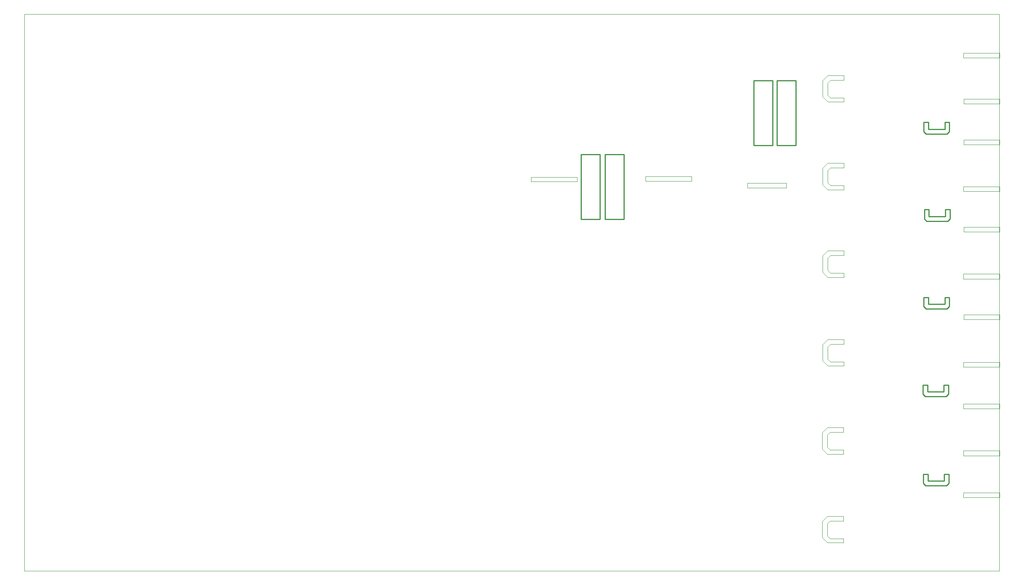
<source format=gm1>
G04*
G04 #@! TF.GenerationSoftware,Altium Limited,CircuitMaker,2.2.1 (2.2.1.6)*
G04*
G04 Layer_Color=16740166*
%FSLAX24Y24*%
%MOIN*%
G70*
G04*
G04 #@! TF.SameCoordinates,A2895FC5-3AE1-40D1-BB98-85C0BD90A9E4*
G04*
G04*
G04 #@! TF.FilePolarity,Positive*
G04*
G01*
G75*
%ADD10C,0.0100*%
%ADD23C,0.0010*%
%ADD24C,0.0001*%
D10*
X73255Y46108D02*
Y51608D01*
Y46108D02*
X74855D01*
Y51608D01*
X73255D02*
X74855D01*
X71287Y46108D02*
Y51608D01*
Y46108D02*
X72887D01*
Y51608D01*
X71287D02*
X72887D01*
X58259Y39853D02*
Y45353D01*
X56659D02*
X58259D01*
X56659Y39853D02*
Y45353D01*
Y39853D02*
X58259D01*
X60309D02*
Y45353D01*
X58709D02*
X60309D01*
X58709Y39853D02*
Y45353D01*
Y39853D02*
X60309D01*
X73255Y46108D02*
Y51608D01*
Y46108D02*
X74855D01*
Y51608D01*
X73255D02*
X74855D01*
X71287Y46108D02*
Y51608D01*
Y46108D02*
X72887D01*
Y51608D01*
X71287D02*
X72887D01*
X58259Y39853D02*
Y45353D01*
X56659D02*
X58259D01*
X56659Y39853D02*
Y45353D01*
Y39853D02*
X58259D01*
X60309D02*
Y45353D01*
X58709D02*
X60309D01*
X58709Y39853D02*
Y45353D01*
Y39853D02*
X60309D01*
X87677Y32244D02*
X87874Y32441D01*
Y33228D01*
X87480Y32638D02*
Y33228D01*
X85906Y32244D02*
X87677D01*
X86102Y32638D02*
X87480D01*
X86102Y47480D02*
Y48071D01*
X87677Y47087D02*
X87874Y47283D01*
Y48071D01*
X87480Y47480D02*
Y48071D01*
X85709Y47283D02*
Y48071D01*
Y47283D02*
X85906Y47087D01*
X86102Y47480D02*
X87480D01*
X85906Y47087D02*
X87677D01*
X85709Y48071D02*
X86102D01*
X87480D02*
X87874D01*
X86142Y40079D02*
Y40669D01*
X87717Y39685D02*
X87913Y39882D01*
Y40669D01*
X87520Y40079D02*
Y40669D01*
X85748Y39882D02*
Y40669D01*
Y39882D02*
X85945Y39685D01*
X86142Y40079D02*
X87520D01*
X85945Y39685D02*
X87717D01*
X85748Y40669D02*
X86142D01*
X87520D02*
X87913D01*
X86102Y32638D02*
Y33228D01*
X85709Y32441D02*
Y33228D01*
Y32441D02*
X85906Y32244D01*
X85709Y33228D02*
X86102D01*
X87480D02*
X87874D01*
X86063Y17638D02*
Y18228D01*
X87638Y17244D02*
X87835Y17441D01*
Y18228D01*
X87441Y17638D02*
Y18228D01*
X85669Y17441D02*
Y18228D01*
Y17441D02*
X85866Y17244D01*
X86063Y17638D02*
X87441D01*
X85866Y17244D02*
X87638D01*
X85669Y18228D02*
X86063D01*
X87441D02*
X87835D01*
X87795Y25787D02*
X87795Y25787D01*
X87402Y25787D02*
X87795D01*
X86024Y25197D02*
Y25787D01*
X87598Y24803D02*
X87795Y25000D01*
Y25787D01*
X87402Y25197D02*
Y25787D01*
X85630D02*
X86024D01*
X85630Y25000D02*
Y25787D01*
Y25000D02*
X85827Y24803D01*
X86024Y25197D02*
X87402D01*
X85827Y24803D02*
X87598D01*
D23*
X92087Y10006D02*
Y57250D01*
X42047Y10000D02*
X92087D01*
X9500Y57250D02*
X92087D01*
X9500Y10000D02*
Y57250D01*
Y10000D02*
Y57250D01*
Y10000D02*
X42900D01*
X92087Y10006D02*
Y57250D01*
X42047Y10000D02*
X92087D01*
X9500Y57250D02*
X92087D01*
X9500Y10000D02*
Y57250D01*
Y10000D02*
Y57250D01*
Y10000D02*
X42900D01*
X77559Y52047D02*
X78937D01*
X77126Y51614D02*
X77559Y52047D01*
X77126Y50236D02*
Y51614D01*
Y50236D02*
X77559Y49803D01*
X78937D01*
Y50157D01*
X77795D02*
X78937D01*
X77559Y50394D02*
X77795Y50157D01*
X77559Y50394D02*
Y51417D01*
X77795Y51654D01*
X78937D01*
Y52047D01*
X77559Y44606D02*
X78937D01*
X77126Y44173D02*
X77559Y44606D01*
X77126Y42795D02*
Y44173D01*
Y42795D02*
X77559Y42362D01*
X78937D01*
Y42717D01*
X77795D02*
X78937D01*
X77559Y42953D02*
X77795Y42717D01*
X77559Y42953D02*
Y43976D01*
X77795Y44213D01*
X78937D01*
Y44606D01*
X77559Y37165D02*
X78937D01*
X77126Y36732D02*
X77559Y37165D01*
X77126Y35354D02*
Y36732D01*
Y35354D02*
X77559Y34921D01*
X78937D01*
Y35276D01*
X77795D02*
X78937D01*
X77559Y35512D02*
X77795Y35276D01*
X77559Y35512D02*
Y36535D01*
X77795Y36772D01*
X78937D01*
Y37165D01*
X77559Y29646D02*
X78937D01*
X77126Y29213D02*
X77559Y29646D01*
X77126Y27835D02*
Y29213D01*
Y27835D02*
X77559Y27402D01*
X78937D01*
Y27756D01*
X77795D02*
X78937D01*
X77559Y27992D02*
X77795Y27756D01*
X77559Y27992D02*
Y29016D01*
X77795Y29252D01*
X78937D01*
Y29646D01*
X77520Y14646D02*
X78898D01*
X77087Y14213D02*
X77520Y14646D01*
X77087Y12835D02*
Y14213D01*
Y12835D02*
X77520Y12402D01*
X78898D01*
Y12756D01*
X77756D02*
X78898D01*
X77520Y12992D02*
X77756Y12756D01*
X77520Y12992D02*
Y14016D01*
X77756Y14252D01*
X78898D01*
Y14646D01*
Y21772D02*
Y22165D01*
X77756Y21772D02*
X78898D01*
X77520Y21535D02*
X77756Y21772D01*
X77520Y20512D02*
Y21535D01*
Y20512D02*
X77756Y20276D01*
X78898D01*
Y19921D02*
Y20276D01*
X77520Y19921D02*
X78898D01*
X77087Y20354D02*
X77520Y19921D01*
X77087Y20354D02*
Y21732D01*
X77520Y22165D01*
X78898D01*
D24*
X92126Y16246D02*
Y16654D01*
X90412Y27723D02*
X92126D01*
X89062Y27316D02*
X92126D01*
Y27723D01*
X90448Y31746D02*
X92126D01*
X89098Y31339D02*
X92126D01*
Y31654D02*
Y31755D01*
Y31348D02*
Y31450D01*
Y35118D02*
Y35220D01*
Y34813D02*
Y34914D01*
Y39094D02*
Y39196D01*
Y38789D02*
Y38891D01*
Y39094D01*
Y42198D02*
Y42605D01*
X89062Y42198D02*
X92126D01*
X89098Y49646D02*
Y50053D01*
X92126Y49646D02*
Y50053D01*
X90448D02*
X92126D01*
X89098D02*
X90448D01*
X89098Y49646D02*
X92126D01*
X90448Y46589D02*
X92126D01*
X89098Y46181D02*
X92126D01*
Y46589D01*
Y19813D02*
Y19914D01*
Y20118D02*
Y20220D01*
Y19914D02*
Y20118D01*
X90412Y20204D02*
X92126D01*
X89055Y19796D02*
X92126D01*
X89062Y16246D02*
Y16654D01*
X90412D01*
X89062Y16246D02*
X92126D01*
X90412Y16654D02*
X92126D01*
X89055Y19796D02*
Y20204D01*
X90412D01*
X89062Y23773D02*
Y24180D01*
X92126Y23773D02*
Y24180D01*
X89062D02*
X90412D01*
X89062Y23773D02*
X92126D01*
X90412Y24180D02*
X92126D01*
X89062Y27316D02*
Y27723D01*
X90412D01*
X89098Y31339D02*
Y31746D01*
X92126Y31450D02*
Y31654D01*
X89098Y31746D02*
X90448D01*
X89062Y34796D02*
Y35204D01*
X92126Y34914D02*
Y35118D01*
X89062Y35204D02*
X90412D01*
X89062Y34796D02*
X92126D01*
X90412Y35204D02*
X92126D01*
X89102Y38773D02*
Y39180D01*
X90452D01*
X89102Y38773D02*
X92126D01*
X90452Y39180D02*
X92126D01*
X89062Y42198D02*
Y42605D01*
X90412D01*
X92126D01*
X89098Y46181D02*
Y46589D01*
X90448D01*
X89055Y53536D02*
Y53944D01*
X92126Y53536D02*
Y53944D01*
X89055D02*
X90405D01*
X89055Y53536D02*
X92126D01*
X90405Y53944D02*
X92126D01*
X72102Y42927D02*
X74052D01*
X70752Y42520D02*
X74052D01*
X70752Y42927D02*
X72102D01*
X74052Y42520D02*
Y42927D01*
X70752Y42520D02*
Y42927D01*
X52420Y43032D02*
Y43429D01*
Y43032D02*
X54370D01*
X56320D01*
Y43429D01*
X52420D02*
X56320D01*
X62144Y43072D02*
Y43465D01*
Y43072D02*
X66044D01*
Y43465D01*
X64094D02*
X66044D01*
X62144D02*
X64094D01*
X9500Y10000D02*
Y57250D01*
M02*

</source>
